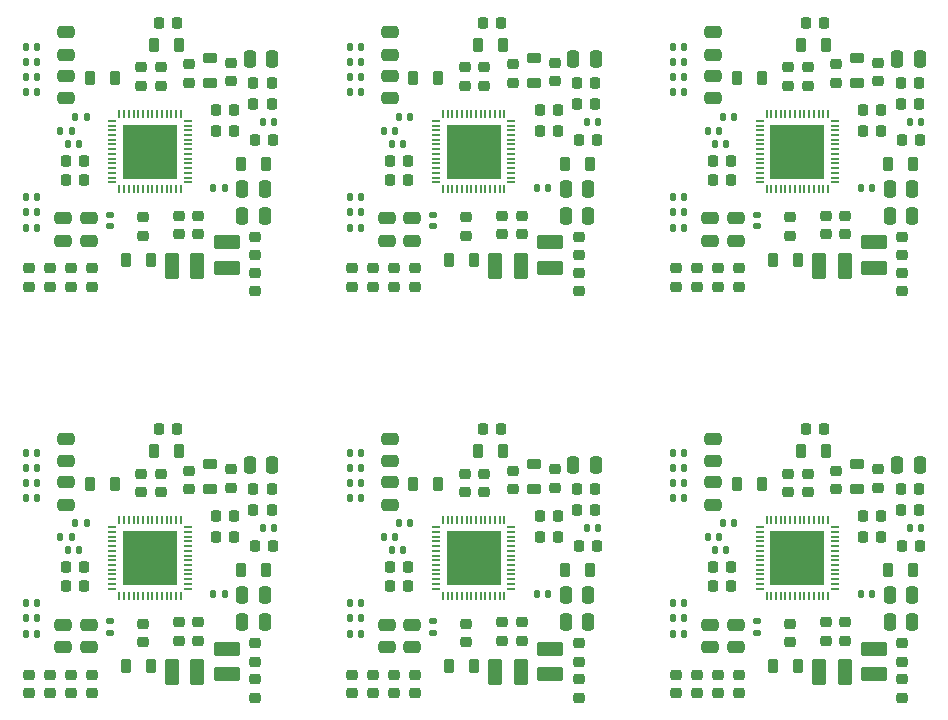
<source format=gtp>
%TF.GenerationSoftware,KiCad,Pcbnew,9.0.5*%
%TF.CreationDate,2025-10-18T13:07:23+01:00*%
%TF.ProjectId,pmic_panel,706d6963-5f70-4616-9e65-6c2e6b696361,rev?*%
%TF.SameCoordinates,Original*%
%TF.FileFunction,Paste,Top*%
%TF.FilePolarity,Positive*%
%FSLAX46Y46*%
G04 Gerber Fmt 4.6, Leading zero omitted, Abs format (unit mm)*
G04 Created by KiCad (PCBNEW 9.0.5) date 2025-10-18 13:07:23*
%MOMM*%
%LPD*%
G01*
G04 APERTURE LIST*
G04 Aperture macros list*
%AMRoundRect*
0 Rectangle with rounded corners*
0 $1 Rounding radius*
0 $2 $3 $4 $5 $6 $7 $8 $9 X,Y pos of 4 corners*
0 Add a 4 corners polygon primitive as box body*
4,1,4,$2,$3,$4,$5,$6,$7,$8,$9,$2,$3,0*
0 Add four circle primitives for the rounded corners*
1,1,$1+$1,$2,$3*
1,1,$1+$1,$4,$5*
1,1,$1+$1,$6,$7*
1,1,$1+$1,$8,$9*
0 Add four rect primitives between the rounded corners*
20,1,$1+$1,$2,$3,$4,$5,0*
20,1,$1+$1,$4,$5,$6,$7,0*
20,1,$1+$1,$6,$7,$8,$9,0*
20,1,$1+$1,$8,$9,$2,$3,0*%
G04 Aperture macros list end*
%ADD10C,0.000000*%
%ADD11RoundRect,0.225000X-0.250000X0.225000X-0.250000X-0.225000X0.250000X-0.225000X0.250000X0.225000X0*%
%ADD12RoundRect,0.140000X-0.140000X-0.170000X0.140000X-0.170000X0.140000X0.170000X-0.140000X0.170000X0*%
%ADD13RoundRect,0.218750X-0.218750X-0.381250X0.218750X-0.381250X0.218750X0.381250X-0.218750X0.381250X0*%
%ADD14RoundRect,0.140000X-0.170000X0.140000X-0.170000X-0.140000X0.170000X-0.140000X0.170000X0.140000X0*%
%ADD15RoundRect,0.250000X-0.375000X-0.850000X0.375000X-0.850000X0.375000X0.850000X-0.375000X0.850000X0*%
%ADD16RoundRect,0.250000X0.850000X-0.375000X0.850000X0.375000X-0.850000X0.375000X-0.850000X-0.375000X0*%
%ADD17RoundRect,0.225000X0.225000X0.250000X-0.225000X0.250000X-0.225000X-0.250000X0.225000X-0.250000X0*%
%ADD18RoundRect,0.250000X0.250000X0.475000X-0.250000X0.475000X-0.250000X-0.475000X0.250000X-0.475000X0*%
%ADD19RoundRect,0.218750X0.381250X-0.218750X0.381250X0.218750X-0.381250X0.218750X-0.381250X-0.218750X0*%
%ADD20R,0.736600X0.177800*%
%ADD21R,0.177800X0.736600*%
%ADD22R,4.546600X4.546600*%
%ADD23RoundRect,0.225000X0.250000X-0.225000X0.250000X0.225000X-0.250000X0.225000X-0.250000X-0.225000X0*%
%ADD24RoundRect,0.225000X-0.225000X-0.250000X0.225000X-0.250000X0.225000X0.250000X-0.225000X0.250000X0*%
%ADD25RoundRect,0.250000X0.475000X-0.250000X0.475000X0.250000X-0.475000X0.250000X-0.475000X-0.250000X0*%
%ADD26RoundRect,0.140000X0.140000X0.170000X-0.140000X0.170000X-0.140000X-0.170000X0.140000X-0.170000X0*%
%ADD27RoundRect,0.250000X-0.475000X0.250000X-0.475000X-0.250000X0.475000X-0.250000X0.475000X0.250000X0*%
%ADD28RoundRect,0.218750X0.218750X0.381250X-0.218750X0.381250X-0.218750X-0.381250X0.218750X-0.381250X0*%
G04 APERTURE END LIST*
D10*
%TO.C,U1*%
G36*
X147642234Y-74242234D02*
G01*
X146326700Y-74242234D01*
X146326700Y-72926700D01*
X147642234Y-72926700D01*
X147642234Y-74242234D01*
G37*
G36*
X147642234Y-75757767D02*
G01*
X146326700Y-75757767D01*
X146326700Y-74442233D01*
X147642234Y-74442233D01*
X147642234Y-75757767D01*
G37*
G36*
X147642234Y-77273300D02*
G01*
X146326700Y-77273300D01*
X146326700Y-75957766D01*
X147642234Y-75957766D01*
X147642234Y-77273300D01*
G37*
G36*
X149157767Y-74242234D02*
G01*
X147842233Y-74242234D01*
X147842233Y-72926700D01*
X149157767Y-72926700D01*
X149157767Y-74242234D01*
G37*
G36*
X149157767Y-75757767D02*
G01*
X147842233Y-75757767D01*
X147842233Y-74442233D01*
X149157767Y-74442233D01*
X149157767Y-75757767D01*
G37*
G36*
X149157767Y-77273300D02*
G01*
X147842233Y-77273300D01*
X147842233Y-75957766D01*
X149157767Y-75957766D01*
X149157767Y-77273300D01*
G37*
G36*
X150673300Y-74242234D02*
G01*
X149357766Y-74242234D01*
X149357766Y-72926700D01*
X150673300Y-72926700D01*
X150673300Y-74242234D01*
G37*
G36*
X150673300Y-75757767D02*
G01*
X149357766Y-75757767D01*
X149357766Y-74442233D01*
X150673300Y-74442233D01*
X150673300Y-75757767D01*
G37*
G36*
X150673300Y-77273300D02*
G01*
X149357766Y-77273300D01*
X149357766Y-75957766D01*
X150673300Y-75957766D01*
X150673300Y-77273300D01*
G37*
G36*
X120242234Y-74242234D02*
G01*
X118926700Y-74242234D01*
X118926700Y-72926700D01*
X120242234Y-72926700D01*
X120242234Y-74242234D01*
G37*
G36*
X120242234Y-75757767D02*
G01*
X118926700Y-75757767D01*
X118926700Y-74442233D01*
X120242234Y-74442233D01*
X120242234Y-75757767D01*
G37*
G36*
X120242234Y-77273300D02*
G01*
X118926700Y-77273300D01*
X118926700Y-75957766D01*
X120242234Y-75957766D01*
X120242234Y-77273300D01*
G37*
G36*
X121757767Y-74242234D02*
G01*
X120442233Y-74242234D01*
X120442233Y-72926700D01*
X121757767Y-72926700D01*
X121757767Y-74242234D01*
G37*
G36*
X121757767Y-75757767D02*
G01*
X120442233Y-75757767D01*
X120442233Y-74442233D01*
X121757767Y-74442233D01*
X121757767Y-75757767D01*
G37*
G36*
X121757767Y-77273300D02*
G01*
X120442233Y-77273300D01*
X120442233Y-75957766D01*
X121757767Y-75957766D01*
X121757767Y-77273300D01*
G37*
G36*
X123273300Y-74242234D02*
G01*
X121957766Y-74242234D01*
X121957766Y-72926700D01*
X123273300Y-72926700D01*
X123273300Y-74242234D01*
G37*
G36*
X123273300Y-75757767D02*
G01*
X121957766Y-75757767D01*
X121957766Y-74442233D01*
X123273300Y-74442233D01*
X123273300Y-75757767D01*
G37*
G36*
X123273300Y-77273300D02*
G01*
X121957766Y-77273300D01*
X121957766Y-75957766D01*
X123273300Y-75957766D01*
X123273300Y-77273300D01*
G37*
G36*
X147642234Y-39842234D02*
G01*
X146326700Y-39842234D01*
X146326700Y-38526700D01*
X147642234Y-38526700D01*
X147642234Y-39842234D01*
G37*
G36*
X147642234Y-41357767D02*
G01*
X146326700Y-41357767D01*
X146326700Y-40042233D01*
X147642234Y-40042233D01*
X147642234Y-41357767D01*
G37*
G36*
X147642234Y-42873300D02*
G01*
X146326700Y-42873300D01*
X146326700Y-41557766D01*
X147642234Y-41557766D01*
X147642234Y-42873300D01*
G37*
G36*
X149157767Y-39842234D02*
G01*
X147842233Y-39842234D01*
X147842233Y-38526700D01*
X149157767Y-38526700D01*
X149157767Y-39842234D01*
G37*
G36*
X149157767Y-41357767D02*
G01*
X147842233Y-41357767D01*
X147842233Y-40042233D01*
X149157767Y-40042233D01*
X149157767Y-41357767D01*
G37*
G36*
X149157767Y-42873300D02*
G01*
X147842233Y-42873300D01*
X147842233Y-41557766D01*
X149157767Y-41557766D01*
X149157767Y-42873300D01*
G37*
G36*
X150673300Y-39842234D02*
G01*
X149357766Y-39842234D01*
X149357766Y-38526700D01*
X150673300Y-38526700D01*
X150673300Y-39842234D01*
G37*
G36*
X150673300Y-41357767D02*
G01*
X149357766Y-41357767D01*
X149357766Y-40042233D01*
X150673300Y-40042233D01*
X150673300Y-41357767D01*
G37*
G36*
X150673300Y-42873300D02*
G01*
X149357766Y-42873300D01*
X149357766Y-41557766D01*
X150673300Y-41557766D01*
X150673300Y-42873300D01*
G37*
G36*
X175042234Y-39842234D02*
G01*
X173726700Y-39842234D01*
X173726700Y-38526700D01*
X175042234Y-38526700D01*
X175042234Y-39842234D01*
G37*
G36*
X175042234Y-41357767D02*
G01*
X173726700Y-41357767D01*
X173726700Y-40042233D01*
X175042234Y-40042233D01*
X175042234Y-41357767D01*
G37*
G36*
X175042234Y-42873300D02*
G01*
X173726700Y-42873300D01*
X173726700Y-41557766D01*
X175042234Y-41557766D01*
X175042234Y-42873300D01*
G37*
G36*
X176557767Y-39842234D02*
G01*
X175242233Y-39842234D01*
X175242233Y-38526700D01*
X176557767Y-38526700D01*
X176557767Y-39842234D01*
G37*
G36*
X176557767Y-41357767D02*
G01*
X175242233Y-41357767D01*
X175242233Y-40042233D01*
X176557767Y-40042233D01*
X176557767Y-41357767D01*
G37*
G36*
X176557767Y-42873300D02*
G01*
X175242233Y-42873300D01*
X175242233Y-41557766D01*
X176557767Y-41557766D01*
X176557767Y-42873300D01*
G37*
G36*
X178073300Y-39842234D02*
G01*
X176757766Y-39842234D01*
X176757766Y-38526700D01*
X178073300Y-38526700D01*
X178073300Y-39842234D01*
G37*
G36*
X178073300Y-41357767D02*
G01*
X176757766Y-41357767D01*
X176757766Y-40042233D01*
X178073300Y-40042233D01*
X178073300Y-41357767D01*
G37*
G36*
X178073300Y-42873300D02*
G01*
X176757766Y-42873300D01*
X176757766Y-41557766D01*
X178073300Y-41557766D01*
X178073300Y-42873300D01*
G37*
G36*
X175042234Y-74242234D02*
G01*
X173726700Y-74242234D01*
X173726700Y-72926700D01*
X175042234Y-72926700D01*
X175042234Y-74242234D01*
G37*
G36*
X175042234Y-75757767D02*
G01*
X173726700Y-75757767D01*
X173726700Y-74442233D01*
X175042234Y-74442233D01*
X175042234Y-75757767D01*
G37*
G36*
X175042234Y-77273300D02*
G01*
X173726700Y-77273300D01*
X173726700Y-75957766D01*
X175042234Y-75957766D01*
X175042234Y-77273300D01*
G37*
G36*
X176557767Y-74242234D02*
G01*
X175242233Y-74242234D01*
X175242233Y-72926700D01*
X176557767Y-72926700D01*
X176557767Y-74242234D01*
G37*
G36*
X176557767Y-75757767D02*
G01*
X175242233Y-75757767D01*
X175242233Y-74442233D01*
X176557767Y-74442233D01*
X176557767Y-75757767D01*
G37*
G36*
X176557767Y-77273300D02*
G01*
X175242233Y-77273300D01*
X175242233Y-75957766D01*
X176557767Y-75957766D01*
X176557767Y-77273300D01*
G37*
G36*
X178073300Y-74242234D02*
G01*
X176757766Y-74242234D01*
X176757766Y-72926700D01*
X178073300Y-72926700D01*
X178073300Y-74242234D01*
G37*
G36*
X178073300Y-75757767D02*
G01*
X176757766Y-75757767D01*
X176757766Y-74442233D01*
X178073300Y-74442233D01*
X178073300Y-75757767D01*
G37*
G36*
X178073300Y-77273300D02*
G01*
X176757766Y-77273300D01*
X176757766Y-75957766D01*
X178073300Y-75957766D01*
X178073300Y-77273300D01*
G37*
G36*
X120242234Y-39842234D02*
G01*
X118926700Y-39842234D01*
X118926700Y-38526700D01*
X120242234Y-38526700D01*
X120242234Y-39842234D01*
G37*
G36*
X120242234Y-41357767D02*
G01*
X118926700Y-41357767D01*
X118926700Y-40042233D01*
X120242234Y-40042233D01*
X120242234Y-41357767D01*
G37*
G36*
X120242234Y-42873300D02*
G01*
X118926700Y-42873300D01*
X118926700Y-41557766D01*
X120242234Y-41557766D01*
X120242234Y-42873300D01*
G37*
G36*
X121757767Y-39842234D02*
G01*
X120442233Y-39842234D01*
X120442233Y-38526700D01*
X121757767Y-38526700D01*
X121757767Y-39842234D01*
G37*
G36*
X121757767Y-41357767D02*
G01*
X120442233Y-41357767D01*
X120442233Y-40042233D01*
X121757767Y-40042233D01*
X121757767Y-41357767D01*
G37*
G36*
X121757767Y-42873300D02*
G01*
X120442233Y-42873300D01*
X120442233Y-41557766D01*
X121757767Y-41557766D01*
X121757767Y-42873300D01*
G37*
G36*
X123273300Y-39842234D02*
G01*
X121957766Y-39842234D01*
X121957766Y-38526700D01*
X123273300Y-38526700D01*
X123273300Y-39842234D01*
G37*
G36*
X123273300Y-41357767D02*
G01*
X121957766Y-41357767D01*
X121957766Y-40042233D01*
X123273300Y-40042233D01*
X123273300Y-41357767D01*
G37*
G36*
X123273300Y-42873300D02*
G01*
X121957766Y-42873300D01*
X121957766Y-41557766D01*
X123273300Y-41557766D01*
X123273300Y-42873300D01*
G37*
%TD*%
D11*
%TO.C,C31*%
X170947000Y-84993000D03*
X170947000Y-86543000D03*
%TD*%
D12*
%TO.C,C23*%
X165387000Y-78910000D03*
X166347000Y-78910000D03*
%TD*%
D13*
%TO.C,L2*%
X173821500Y-49844000D03*
X175946500Y-49844000D03*
%TD*%
D12*
%TO.C,C26*%
X110587000Y-33080000D03*
X111547000Y-33080000D03*
%TD*%
%TO.C,C24*%
X165387000Y-70020000D03*
X166347000Y-70020000D03*
%TD*%
D14*
%TO.C,C17*%
X145071000Y-80462000D03*
X145071000Y-81422000D03*
%TD*%
D12*
%TO.C,C1*%
X153862000Y-78148000D03*
X154822000Y-78148000D03*
%TD*%
D15*
%TO.C,L6*%
X177746000Y-84752000D03*
X179896000Y-84752000D03*
%TD*%
D16*
%TO.C,L7*%
X127577000Y-50538000D03*
X127577000Y-48388000D03*
%TD*%
D11*
%TO.C,C9*%
X123513000Y-80548000D03*
X123513000Y-82098000D03*
%TD*%
D13*
%TO.C,L1*%
X156200500Y-76116000D03*
X158325500Y-76116000D03*
%TD*%
D17*
%TO.C,C38*%
X178199000Y-29778000D03*
X176649000Y-29778000D03*
%TD*%
D18*
%TO.C,C7*%
X158213000Y-78275000D03*
X156313000Y-78275000D03*
%TD*%
D19*
%TO.C,L3*%
X180980000Y-69304500D03*
X180980000Y-67179500D03*
%TD*%
D11*
%TO.C,C34*%
X110813000Y-84993000D03*
X110813000Y-86543000D03*
%TD*%
D12*
%TO.C,C24*%
X165387000Y-35620000D03*
X166347000Y-35620000D03*
%TD*%
D17*
%TO.C,C21*%
X170325000Y-43113000D03*
X168775000Y-43113000D03*
%TD*%
D11*
%TO.C,C41*%
X182758000Y-67594000D03*
X182758000Y-69144000D03*
%TD*%
D13*
%TO.C,L1*%
X183600500Y-41716000D03*
X185725500Y-41716000D03*
%TD*%
D20*
%TO.C,U1*%
X145312300Y-72499675D03*
X145312300Y-72899725D03*
X145312300Y-73299775D03*
X145312300Y-73699825D03*
X145312300Y-74099875D03*
X145312300Y-74499925D03*
X145312300Y-74899975D03*
X145312300Y-75300025D03*
X145312300Y-75700075D03*
X145312300Y-76100125D03*
X145312300Y-76500175D03*
X145312300Y-76900225D03*
X145312300Y-77300275D03*
X145312300Y-77700325D03*
D21*
X145899675Y-78287700D03*
X146299725Y-78287700D03*
X146699775Y-78287700D03*
X147099825Y-78287700D03*
X147499875Y-78287700D03*
X147899925Y-78287700D03*
X148299975Y-78287700D03*
X148700025Y-78287700D03*
X149100075Y-78287700D03*
X149500125Y-78287700D03*
X149900175Y-78287700D03*
X150300225Y-78287700D03*
X150700275Y-78287700D03*
X151100325Y-78287700D03*
D20*
X151687700Y-77700325D03*
X151687700Y-77300275D03*
X151687700Y-76900225D03*
X151687700Y-76500175D03*
X151687700Y-76100125D03*
X151687700Y-75700075D03*
X151687700Y-75300025D03*
X151687700Y-74899975D03*
X151687700Y-74499925D03*
X151687700Y-74099875D03*
X151687700Y-73699825D03*
X151687700Y-73299775D03*
X151687700Y-72899725D03*
X151687700Y-72499675D03*
D21*
X151100325Y-71912300D03*
X150700275Y-71912300D03*
X150300225Y-71912300D03*
X149900175Y-71912300D03*
X149500125Y-71912300D03*
X149100075Y-71912300D03*
X148700025Y-71912300D03*
X148299975Y-71912300D03*
X147899925Y-71912300D03*
X147499875Y-71912300D03*
X147099825Y-71912300D03*
X146699775Y-71912300D03*
X146299725Y-71912300D03*
X145899675Y-71912300D03*
D22*
X148500000Y-75100000D03*
%TD*%
D23*
%TO.C,C32*%
X129990000Y-49476000D03*
X129990000Y-47926000D03*
%TD*%
D24*
%TO.C,C13*%
X181475000Y-71544000D03*
X183025000Y-71544000D03*
%TD*%
D25*
%TO.C,C4*%
X168534000Y-82654000D03*
X168534000Y-80754000D03*
%TD*%
D17*
%TO.C,C21*%
X115525000Y-43113000D03*
X113975000Y-43113000D03*
%TD*%
D13*
%TO.C,L2*%
X119021500Y-49844000D03*
X121146500Y-49844000D03*
%TD*%
D18*
%TO.C,C6*%
X158213000Y-46161000D03*
X156313000Y-46161000D03*
%TD*%
D26*
%TO.C,C16*%
X169268000Y-38922000D03*
X168308000Y-38922000D03*
%TD*%
D12*
%TO.C,C27*%
X165387000Y-31810000D03*
X166347000Y-31810000D03*
%TD*%
D11*
%TO.C,C5*%
X139991000Y-50593000D03*
X139991000Y-52143000D03*
%TD*%
D12*
%TO.C,C1*%
X181262000Y-43748000D03*
X182222000Y-43748000D03*
%TD*%
%TO.C,C18*%
X165387000Y-45780000D03*
X166347000Y-45780000D03*
%TD*%
D26*
%TO.C,C15*%
X143138000Y-72179000D03*
X142178000Y-72179000D03*
%TD*%
%TO.C,C16*%
X141868000Y-38922000D03*
X140908000Y-38922000D03*
%TD*%
D12*
%TO.C,C18*%
X110587000Y-80180000D03*
X111547000Y-80180000D03*
%TD*%
%TO.C,C24*%
X137987000Y-35620000D03*
X138947000Y-35620000D03*
%TD*%
D23*
%TO.C,C19*%
X151802000Y-34871000D03*
X151802000Y-33321000D03*
%TD*%
D26*
%TO.C,C2*%
X186413000Y-72560000D03*
X185453000Y-72560000D03*
%TD*%
D17*
%TO.C,C38*%
X150799000Y-29778000D03*
X149249000Y-29778000D03*
%TD*%
D11*
%TO.C,C9*%
X178313000Y-46148000D03*
X178313000Y-47698000D03*
%TD*%
%TO.C,C9*%
X150913000Y-80548000D03*
X150913000Y-82098000D03*
%TD*%
%TO.C,C34*%
X165613000Y-50593000D03*
X165613000Y-52143000D03*
%TD*%
D25*
%TO.C,C3*%
X115893000Y-82654000D03*
X115893000Y-80754000D03*
%TD*%
D13*
%TO.C,L4*%
X148834500Y-66083000D03*
X150959500Y-66083000D03*
%TD*%
D23*
%TO.C,C11*%
X176789000Y-35125000D03*
X176789000Y-33575000D03*
%TD*%
D13*
%TO.C,L1*%
X183600500Y-76116000D03*
X185725500Y-76116000D03*
%TD*%
D12*
%TO.C,C18*%
X165387000Y-80180000D03*
X166347000Y-80180000D03*
%TD*%
D17*
%TO.C,C28*%
X131527000Y-39684000D03*
X129977000Y-39684000D03*
%TD*%
D25*
%TO.C,C3*%
X170693000Y-82654000D03*
X170693000Y-80754000D03*
%TD*%
D17*
%TO.C,C28*%
X158927000Y-39684000D03*
X157377000Y-39684000D03*
%TD*%
D26*
%TO.C,C15*%
X115738000Y-72179000D03*
X114778000Y-72179000D03*
%TD*%
D23*
%TO.C,C19*%
X124402000Y-69271000D03*
X124402000Y-67721000D03*
%TD*%
D17*
%TO.C,C39*%
X186200000Y-34858000D03*
X184650000Y-34858000D03*
%TD*%
D12*
%TO.C,C26*%
X165387000Y-67480000D03*
X166347000Y-67480000D03*
%TD*%
D18*
%TO.C,C7*%
X130813000Y-43875000D03*
X128913000Y-43875000D03*
%TD*%
D11*
%TO.C,C34*%
X110813000Y-50593000D03*
X110813000Y-52143000D03*
%TD*%
D20*
%TO.C,U1*%
X117912300Y-72499675D03*
X117912300Y-72899725D03*
X117912300Y-73299775D03*
X117912300Y-73699825D03*
X117912300Y-74099875D03*
X117912300Y-74499925D03*
X117912300Y-74899975D03*
X117912300Y-75300025D03*
X117912300Y-75700075D03*
X117912300Y-76100125D03*
X117912300Y-76500175D03*
X117912300Y-76900225D03*
X117912300Y-77300275D03*
X117912300Y-77700325D03*
D21*
X118499675Y-78287700D03*
X118899725Y-78287700D03*
X119299775Y-78287700D03*
X119699825Y-78287700D03*
X120099875Y-78287700D03*
X120499925Y-78287700D03*
X120899975Y-78287700D03*
X121300025Y-78287700D03*
X121700075Y-78287700D03*
X122100125Y-78287700D03*
X122500175Y-78287700D03*
X122900225Y-78287700D03*
X123300275Y-78287700D03*
X123700325Y-78287700D03*
D20*
X124287700Y-77700325D03*
X124287700Y-77300275D03*
X124287700Y-76900225D03*
X124287700Y-76500175D03*
X124287700Y-76100125D03*
X124287700Y-75700075D03*
X124287700Y-75300025D03*
X124287700Y-74899975D03*
X124287700Y-74499925D03*
X124287700Y-74099875D03*
X124287700Y-73699825D03*
X124287700Y-73299775D03*
X124287700Y-72899725D03*
X124287700Y-72499675D03*
D21*
X123700325Y-71912300D03*
X123300275Y-71912300D03*
X122900225Y-71912300D03*
X122500175Y-71912300D03*
X122100125Y-71912300D03*
X121700075Y-71912300D03*
X121300025Y-71912300D03*
X120899975Y-71912300D03*
X120499925Y-71912300D03*
X120099875Y-71912300D03*
X119699825Y-71912300D03*
X119299775Y-71912300D03*
X118899725Y-71912300D03*
X118499675Y-71912300D03*
D22*
X121100000Y-75100000D03*
%TD*%
D17*
%TO.C,C21*%
X142925000Y-43113000D03*
X141375000Y-43113000D03*
%TD*%
D20*
%TO.C,U1*%
X145312300Y-38099675D03*
X145312300Y-38499725D03*
X145312300Y-38899775D03*
X145312300Y-39299825D03*
X145312300Y-39699875D03*
X145312300Y-40099925D03*
X145312300Y-40499975D03*
X145312300Y-40900025D03*
X145312300Y-41300075D03*
X145312300Y-41700125D03*
X145312300Y-42100175D03*
X145312300Y-42500225D03*
X145312300Y-42900275D03*
X145312300Y-43300325D03*
D21*
X145899675Y-43887700D03*
X146299725Y-43887700D03*
X146699775Y-43887700D03*
X147099825Y-43887700D03*
X147499875Y-43887700D03*
X147899925Y-43887700D03*
X148299975Y-43887700D03*
X148700025Y-43887700D03*
X149100075Y-43887700D03*
X149500125Y-43887700D03*
X149900175Y-43887700D03*
X150300225Y-43887700D03*
X150700275Y-43887700D03*
X151100325Y-43887700D03*
D20*
X151687700Y-43300325D03*
X151687700Y-42900275D03*
X151687700Y-42500225D03*
X151687700Y-42100175D03*
X151687700Y-41700125D03*
X151687700Y-41300075D03*
X151687700Y-40900025D03*
X151687700Y-40499975D03*
X151687700Y-40099925D03*
X151687700Y-39699875D03*
X151687700Y-39299825D03*
X151687700Y-38899775D03*
X151687700Y-38499725D03*
X151687700Y-38099675D03*
D21*
X151100325Y-37512300D03*
X150700275Y-37512300D03*
X150300225Y-37512300D03*
X149900175Y-37512300D03*
X149500125Y-37512300D03*
X149100075Y-37512300D03*
X148700025Y-37512300D03*
X148299975Y-37512300D03*
X147899925Y-37512300D03*
X147499875Y-37512300D03*
X147099825Y-37512300D03*
X146699775Y-37512300D03*
X146299725Y-37512300D03*
X145899675Y-37512300D03*
D22*
X148500000Y-40700000D03*
%TD*%
D27*
%TO.C,C37*%
X113988000Y-34289000D03*
X113988000Y-36189000D03*
%TD*%
D12*
%TO.C,C25*%
X137987000Y-68750000D03*
X138947000Y-68750000D03*
%TD*%
D11*
%TO.C,C10*%
X152564000Y-46148000D03*
X152564000Y-47698000D03*
%TD*%
D18*
%TO.C,C7*%
X185613000Y-43875000D03*
X183713000Y-43875000D03*
%TD*%
D17*
%TO.C,C40*%
X186200000Y-36636000D03*
X184650000Y-36636000D03*
%TD*%
D23*
%TO.C,C11*%
X149389000Y-69525000D03*
X149389000Y-67975000D03*
%TD*%
D11*
%TO.C,C5*%
X112591000Y-84993000D03*
X112591000Y-86543000D03*
%TD*%
D24*
%TO.C,C13*%
X126675000Y-71544000D03*
X128225000Y-71544000D03*
%TD*%
D11*
%TO.C,C5*%
X139991000Y-84993000D03*
X139991000Y-86543000D03*
%TD*%
D17*
%TO.C,C20*%
X115525000Y-41462000D03*
X113975000Y-41462000D03*
%TD*%
D16*
%TO.C,L7*%
X182377000Y-84938000D03*
X182377000Y-82788000D03*
%TD*%
D24*
%TO.C,C14*%
X154075000Y-73322000D03*
X155625000Y-73322000D03*
%TD*%
D19*
%TO.C,L3*%
X126180000Y-34904500D03*
X126180000Y-32779500D03*
%TD*%
D23*
%TO.C,C12*%
X147738000Y-69525000D03*
X147738000Y-67975000D03*
%TD*%
D17*
%TO.C,C38*%
X123399000Y-64178000D03*
X121849000Y-64178000D03*
%TD*%
D12*
%TO.C,C1*%
X126462000Y-43748000D03*
X127422000Y-43748000D03*
%TD*%
D26*
%TO.C,C16*%
X114468000Y-73322000D03*
X113508000Y-73322000D03*
%TD*%
D28*
%TO.C,L5*%
X118098500Y-34477000D03*
X115973500Y-34477000D03*
%TD*%
D23*
%TO.C,C12*%
X120338000Y-69525000D03*
X120338000Y-67975000D03*
%TD*%
D24*
%TO.C,C13*%
X154075000Y-71544000D03*
X155625000Y-71544000D03*
%TD*%
D17*
%TO.C,C28*%
X131527000Y-74084000D03*
X129977000Y-74084000D03*
%TD*%
D23*
%TO.C,C19*%
X179202000Y-69271000D03*
X179202000Y-67721000D03*
%TD*%
D12*
%TO.C,C25*%
X165387000Y-34350000D03*
X166347000Y-34350000D03*
%TD*%
D11*
%TO.C,C8*%
X120465000Y-80675000D03*
X120465000Y-82225000D03*
%TD*%
%TO.C,C8*%
X175265000Y-46275000D03*
X175265000Y-47825000D03*
%TD*%
D23*
%TO.C,C19*%
X179202000Y-34871000D03*
X179202000Y-33321000D03*
%TD*%
D11*
%TO.C,C5*%
X167391000Y-50593000D03*
X167391000Y-52143000D03*
%TD*%
D26*
%TO.C,C16*%
X169268000Y-73322000D03*
X168308000Y-73322000D03*
%TD*%
D16*
%TO.C,L7*%
X127577000Y-84938000D03*
X127577000Y-82788000D03*
%TD*%
D20*
%TO.C,U1*%
X172712300Y-38099675D03*
X172712300Y-38499725D03*
X172712300Y-38899775D03*
X172712300Y-39299825D03*
X172712300Y-39699875D03*
X172712300Y-40099925D03*
X172712300Y-40499975D03*
X172712300Y-40900025D03*
X172712300Y-41300075D03*
X172712300Y-41700125D03*
X172712300Y-42100175D03*
X172712300Y-42500225D03*
X172712300Y-42900275D03*
X172712300Y-43300325D03*
D21*
X173299675Y-43887700D03*
X173699725Y-43887700D03*
X174099775Y-43887700D03*
X174499825Y-43887700D03*
X174899875Y-43887700D03*
X175299925Y-43887700D03*
X175699975Y-43887700D03*
X176100025Y-43887700D03*
X176500075Y-43887700D03*
X176900125Y-43887700D03*
X177300175Y-43887700D03*
X177700225Y-43887700D03*
X178100275Y-43887700D03*
X178500325Y-43887700D03*
D20*
X179087700Y-43300325D03*
X179087700Y-42900275D03*
X179087700Y-42500225D03*
X179087700Y-42100175D03*
X179087700Y-41700125D03*
X179087700Y-41300075D03*
X179087700Y-40900025D03*
X179087700Y-40499975D03*
X179087700Y-40099925D03*
X179087700Y-39699875D03*
X179087700Y-39299825D03*
X179087700Y-38899775D03*
X179087700Y-38499725D03*
X179087700Y-38099675D03*
D21*
X178500325Y-37512300D03*
X178100275Y-37512300D03*
X177700225Y-37512300D03*
X177300175Y-37512300D03*
X176900125Y-37512300D03*
X176500075Y-37512300D03*
X176100025Y-37512300D03*
X175699975Y-37512300D03*
X175299925Y-37512300D03*
X174899875Y-37512300D03*
X174499825Y-37512300D03*
X174099775Y-37512300D03*
X173699725Y-37512300D03*
X173299675Y-37512300D03*
D22*
X175900000Y-40700000D03*
%TD*%
D26*
%TO.C,C2*%
X159013000Y-72560000D03*
X158053000Y-72560000D03*
%TD*%
D12*
%TO.C,C26*%
X110587000Y-67480000D03*
X111547000Y-67480000D03*
%TD*%
D25*
%TO.C,C3*%
X170693000Y-48254000D03*
X170693000Y-46354000D03*
%TD*%
D12*
%TO.C,C18*%
X137987000Y-80180000D03*
X138947000Y-80180000D03*
%TD*%
D17*
%TO.C,C20*%
X170325000Y-75862000D03*
X168775000Y-75862000D03*
%TD*%
D18*
%TO.C,C35*%
X158848000Y-32826000D03*
X156948000Y-32826000D03*
%TD*%
D17*
%TO.C,C20*%
X142925000Y-41462000D03*
X141375000Y-41462000D03*
%TD*%
D12*
%TO.C,C25*%
X165387000Y-68750000D03*
X166347000Y-68750000D03*
%TD*%
D11*
%TO.C,C10*%
X179964000Y-80548000D03*
X179964000Y-82098000D03*
%TD*%
D15*
%TO.C,L6*%
X122946000Y-50352000D03*
X125096000Y-50352000D03*
%TD*%
D12*
%TO.C,C1*%
X181262000Y-78148000D03*
X182222000Y-78148000D03*
%TD*%
D11*
%TO.C,C10*%
X152564000Y-80548000D03*
X152564000Y-82098000D03*
%TD*%
D12*
%TO.C,C26*%
X137987000Y-67480000D03*
X138947000Y-67480000D03*
%TD*%
D24*
%TO.C,C13*%
X126675000Y-37144000D03*
X128225000Y-37144000D03*
%TD*%
D25*
%TO.C,C4*%
X141134000Y-48254000D03*
X141134000Y-46354000D03*
%TD*%
D11*
%TO.C,C33*%
X184790000Y-50974000D03*
X184790000Y-52524000D03*
%TD*%
D12*
%TO.C,C25*%
X110587000Y-68750000D03*
X111547000Y-68750000D03*
%TD*%
D11*
%TO.C,C41*%
X155358000Y-67594000D03*
X155358000Y-69144000D03*
%TD*%
D23*
%TO.C,C11*%
X176789000Y-69525000D03*
X176789000Y-67975000D03*
%TD*%
D17*
%TO.C,C21*%
X170325000Y-77513000D03*
X168775000Y-77513000D03*
%TD*%
D11*
%TO.C,C41*%
X182758000Y-33194000D03*
X182758000Y-34744000D03*
%TD*%
D17*
%TO.C,C40*%
X186200000Y-71036000D03*
X184650000Y-71036000D03*
%TD*%
D12*
%TO.C,C22*%
X110587000Y-81577000D03*
X111547000Y-81577000D03*
%TD*%
D16*
%TO.C,L7*%
X154977000Y-50538000D03*
X154977000Y-48388000D03*
%TD*%
D25*
%TO.C,C4*%
X113734000Y-48254000D03*
X113734000Y-46354000D03*
%TD*%
D11*
%TO.C,C30*%
X169169000Y-50593000D03*
X169169000Y-52143000D03*
%TD*%
D25*
%TO.C,C36*%
X168788000Y-32506000D03*
X168788000Y-30606000D03*
%TD*%
D19*
%TO.C,L3*%
X153580000Y-69304500D03*
X153580000Y-67179500D03*
%TD*%
D12*
%TO.C,C27*%
X110587000Y-66210000D03*
X111547000Y-66210000D03*
%TD*%
D11*
%TO.C,C31*%
X143547000Y-50593000D03*
X143547000Y-52143000D03*
%TD*%
D12*
%TO.C,C23*%
X110587000Y-44510000D03*
X111547000Y-44510000D03*
%TD*%
D27*
%TO.C,C37*%
X141388000Y-68689000D03*
X141388000Y-70589000D03*
%TD*%
D26*
%TO.C,C16*%
X141868000Y-73322000D03*
X140908000Y-73322000D03*
%TD*%
D11*
%TO.C,C31*%
X116147000Y-50593000D03*
X116147000Y-52143000D03*
%TD*%
%TO.C,C30*%
X114369000Y-84993000D03*
X114369000Y-86543000D03*
%TD*%
%TO.C,C9*%
X178313000Y-80548000D03*
X178313000Y-82098000D03*
%TD*%
D26*
%TO.C,C15*%
X170538000Y-72179000D03*
X169578000Y-72179000D03*
%TD*%
D17*
%TO.C,C28*%
X186327000Y-74084000D03*
X184777000Y-74084000D03*
%TD*%
D12*
%TO.C,C1*%
X126462000Y-78148000D03*
X127422000Y-78148000D03*
%TD*%
D11*
%TO.C,C31*%
X116147000Y-84993000D03*
X116147000Y-86543000D03*
%TD*%
D17*
%TO.C,C21*%
X142925000Y-77513000D03*
X141375000Y-77513000D03*
%TD*%
%TO.C,C39*%
X158800000Y-69258000D03*
X157250000Y-69258000D03*
%TD*%
D23*
%TO.C,C12*%
X175138000Y-35125000D03*
X175138000Y-33575000D03*
%TD*%
D11*
%TO.C,C8*%
X120465000Y-46275000D03*
X120465000Y-47825000D03*
%TD*%
D25*
%TO.C,C36*%
X141388000Y-66906000D03*
X141388000Y-65006000D03*
%TD*%
D11*
%TO.C,C5*%
X112591000Y-50593000D03*
X112591000Y-52143000D03*
%TD*%
D17*
%TO.C,C40*%
X131400000Y-71036000D03*
X129850000Y-71036000D03*
%TD*%
D25*
%TO.C,C36*%
X113988000Y-66906000D03*
X113988000Y-65006000D03*
%TD*%
D26*
%TO.C,C29*%
X169903000Y-74465000D03*
X168943000Y-74465000D03*
%TD*%
D17*
%TO.C,C38*%
X123399000Y-29778000D03*
X121849000Y-29778000D03*
%TD*%
D24*
%TO.C,C14*%
X181475000Y-38922000D03*
X183025000Y-38922000D03*
%TD*%
D17*
%TO.C,C20*%
X115525000Y-75862000D03*
X113975000Y-75862000D03*
%TD*%
D25*
%TO.C,C4*%
X141134000Y-82654000D03*
X141134000Y-80754000D03*
%TD*%
D11*
%TO.C,C10*%
X125164000Y-46148000D03*
X125164000Y-47698000D03*
%TD*%
%TO.C,C33*%
X129990000Y-50974000D03*
X129990000Y-52524000D03*
%TD*%
D19*
%TO.C,L3*%
X180980000Y-34904500D03*
X180980000Y-32779500D03*
%TD*%
D12*
%TO.C,C1*%
X153862000Y-43748000D03*
X154822000Y-43748000D03*
%TD*%
D18*
%TO.C,C35*%
X131448000Y-32826000D03*
X129548000Y-32826000D03*
%TD*%
D12*
%TO.C,C24*%
X110587000Y-70020000D03*
X111547000Y-70020000D03*
%TD*%
D27*
%TO.C,C37*%
X168788000Y-34289000D03*
X168788000Y-36189000D03*
%TD*%
D12*
%TO.C,C25*%
X137987000Y-34350000D03*
X138947000Y-34350000D03*
%TD*%
D18*
%TO.C,C6*%
X158213000Y-80561000D03*
X156313000Y-80561000D03*
%TD*%
D12*
%TO.C,C27*%
X110587000Y-31810000D03*
X111547000Y-31810000D03*
%TD*%
D19*
%TO.C,L3*%
X126180000Y-69304500D03*
X126180000Y-67179500D03*
%TD*%
D17*
%TO.C,C20*%
X142925000Y-75862000D03*
X141375000Y-75862000D03*
%TD*%
D12*
%TO.C,C24*%
X110587000Y-35620000D03*
X111547000Y-35620000D03*
%TD*%
D26*
%TO.C,C15*%
X170538000Y-37779000D03*
X169578000Y-37779000D03*
%TD*%
D11*
%TO.C,C33*%
X129990000Y-85374000D03*
X129990000Y-86924000D03*
%TD*%
D18*
%TO.C,C6*%
X185613000Y-46161000D03*
X183713000Y-46161000D03*
%TD*%
D23*
%TO.C,C32*%
X157390000Y-49476000D03*
X157390000Y-47926000D03*
%TD*%
D17*
%TO.C,C39*%
X158800000Y-34858000D03*
X157250000Y-34858000D03*
%TD*%
D18*
%TO.C,C35*%
X131448000Y-67226000D03*
X129548000Y-67226000D03*
%TD*%
%TO.C,C7*%
X185613000Y-78275000D03*
X183713000Y-78275000D03*
%TD*%
D12*
%TO.C,C26*%
X137987000Y-33080000D03*
X138947000Y-33080000D03*
%TD*%
D27*
%TO.C,C37*%
X168788000Y-68689000D03*
X168788000Y-70589000D03*
%TD*%
D12*
%TO.C,C18*%
X110587000Y-45780000D03*
X111547000Y-45780000D03*
%TD*%
D11*
%TO.C,C8*%
X147865000Y-80675000D03*
X147865000Y-82225000D03*
%TD*%
%TO.C,C33*%
X184790000Y-85374000D03*
X184790000Y-86924000D03*
%TD*%
D12*
%TO.C,C23*%
X165387000Y-44510000D03*
X166347000Y-44510000D03*
%TD*%
D28*
%TO.C,L5*%
X118098500Y-68877000D03*
X115973500Y-68877000D03*
%TD*%
D12*
%TO.C,C22*%
X137987000Y-81577000D03*
X138947000Y-81577000D03*
%TD*%
D17*
%TO.C,C20*%
X170325000Y-41462000D03*
X168775000Y-41462000D03*
%TD*%
D13*
%TO.C,L1*%
X156200500Y-41716000D03*
X158325500Y-41716000D03*
%TD*%
D11*
%TO.C,C30*%
X114369000Y-50593000D03*
X114369000Y-52143000D03*
%TD*%
D24*
%TO.C,C13*%
X154075000Y-37144000D03*
X155625000Y-37144000D03*
%TD*%
D25*
%TO.C,C3*%
X143293000Y-48254000D03*
X143293000Y-46354000D03*
%TD*%
D11*
%TO.C,C30*%
X169169000Y-84993000D03*
X169169000Y-86543000D03*
%TD*%
D12*
%TO.C,C25*%
X110587000Y-34350000D03*
X111547000Y-34350000D03*
%TD*%
%TO.C,C26*%
X165387000Y-33080000D03*
X166347000Y-33080000D03*
%TD*%
D26*
%TO.C,C2*%
X131613000Y-72560000D03*
X130653000Y-72560000D03*
%TD*%
%TO.C,C29*%
X115103000Y-40065000D03*
X114143000Y-40065000D03*
%TD*%
D13*
%TO.C,L4*%
X176234500Y-66083000D03*
X178359500Y-66083000D03*
%TD*%
D18*
%TO.C,C6*%
X130813000Y-46161000D03*
X128913000Y-46161000D03*
%TD*%
D11*
%TO.C,C9*%
X123513000Y-46148000D03*
X123513000Y-47698000D03*
%TD*%
D28*
%TO.C,L5*%
X172898500Y-34477000D03*
X170773500Y-34477000D03*
%TD*%
D23*
%TO.C,C19*%
X151802000Y-69271000D03*
X151802000Y-67721000D03*
%TD*%
D11*
%TO.C,C34*%
X138213000Y-84993000D03*
X138213000Y-86543000D03*
%TD*%
D12*
%TO.C,C23*%
X110587000Y-78910000D03*
X111547000Y-78910000D03*
%TD*%
D11*
%TO.C,C30*%
X141769000Y-84993000D03*
X141769000Y-86543000D03*
%TD*%
D18*
%TO.C,C35*%
X158848000Y-67226000D03*
X156948000Y-67226000D03*
%TD*%
D13*
%TO.C,L2*%
X146421500Y-84244000D03*
X148546500Y-84244000D03*
%TD*%
D11*
%TO.C,C31*%
X170947000Y-50593000D03*
X170947000Y-52143000D03*
%TD*%
D12*
%TO.C,C27*%
X137987000Y-31810000D03*
X138947000Y-31810000D03*
%TD*%
D15*
%TO.C,L6*%
X177746000Y-50352000D03*
X179896000Y-50352000D03*
%TD*%
D16*
%TO.C,L7*%
X182377000Y-50538000D03*
X182377000Y-48388000D03*
%TD*%
D11*
%TO.C,C9*%
X150913000Y-46148000D03*
X150913000Y-47698000D03*
%TD*%
D17*
%TO.C,C38*%
X178199000Y-64178000D03*
X176649000Y-64178000D03*
%TD*%
D25*
%TO.C,C3*%
X143293000Y-82654000D03*
X143293000Y-80754000D03*
%TD*%
D14*
%TO.C,C17*%
X117671000Y-80462000D03*
X117671000Y-81422000D03*
%TD*%
D23*
%TO.C,C32*%
X184790000Y-49476000D03*
X184790000Y-47926000D03*
%TD*%
D24*
%TO.C,C14*%
X181475000Y-73322000D03*
X183025000Y-73322000D03*
%TD*%
D11*
%TO.C,C33*%
X157390000Y-50974000D03*
X157390000Y-52524000D03*
%TD*%
D26*
%TO.C,C2*%
X131613000Y-38160000D03*
X130653000Y-38160000D03*
%TD*%
D23*
%TO.C,C32*%
X184790000Y-83876000D03*
X184790000Y-82326000D03*
%TD*%
D17*
%TO.C,C28*%
X186327000Y-39684000D03*
X184777000Y-39684000D03*
%TD*%
D23*
%TO.C,C11*%
X121989000Y-35125000D03*
X121989000Y-33575000D03*
%TD*%
D18*
%TO.C,C7*%
X158213000Y-43875000D03*
X156313000Y-43875000D03*
%TD*%
D11*
%TO.C,C41*%
X127958000Y-33194000D03*
X127958000Y-34744000D03*
%TD*%
D13*
%TO.C,L2*%
X173821500Y-84244000D03*
X175946500Y-84244000D03*
%TD*%
D15*
%TO.C,L6*%
X150346000Y-50352000D03*
X152496000Y-50352000D03*
%TD*%
D20*
%TO.C,U1*%
X172712300Y-72499675D03*
X172712300Y-72899725D03*
X172712300Y-73299775D03*
X172712300Y-73699825D03*
X172712300Y-74099875D03*
X172712300Y-74499925D03*
X172712300Y-74899975D03*
X172712300Y-75300025D03*
X172712300Y-75700075D03*
X172712300Y-76100125D03*
X172712300Y-76500175D03*
X172712300Y-76900225D03*
X172712300Y-77300275D03*
X172712300Y-77700325D03*
D21*
X173299675Y-78287700D03*
X173699725Y-78287700D03*
X174099775Y-78287700D03*
X174499825Y-78287700D03*
X174899875Y-78287700D03*
X175299925Y-78287700D03*
X175699975Y-78287700D03*
X176100025Y-78287700D03*
X176500075Y-78287700D03*
X176900125Y-78287700D03*
X177300175Y-78287700D03*
X177700225Y-78287700D03*
X178100275Y-78287700D03*
X178500325Y-78287700D03*
D20*
X179087700Y-77700325D03*
X179087700Y-77300275D03*
X179087700Y-76900225D03*
X179087700Y-76500175D03*
X179087700Y-76100125D03*
X179087700Y-75700075D03*
X179087700Y-75300025D03*
X179087700Y-74899975D03*
X179087700Y-74499925D03*
X179087700Y-74099875D03*
X179087700Y-73699825D03*
X179087700Y-73299775D03*
X179087700Y-72899725D03*
X179087700Y-72499675D03*
D21*
X178500325Y-71912300D03*
X178100275Y-71912300D03*
X177700225Y-71912300D03*
X177300175Y-71912300D03*
X176900125Y-71912300D03*
X176500075Y-71912300D03*
X176100025Y-71912300D03*
X175699975Y-71912300D03*
X175299925Y-71912300D03*
X174899875Y-71912300D03*
X174499825Y-71912300D03*
X174099775Y-71912300D03*
X173699725Y-71912300D03*
X173299675Y-71912300D03*
D22*
X175900000Y-75100000D03*
%TD*%
D23*
%TO.C,C11*%
X149389000Y-35125000D03*
X149389000Y-33575000D03*
%TD*%
D11*
%TO.C,C31*%
X143547000Y-84993000D03*
X143547000Y-86543000D03*
%TD*%
D26*
%TO.C,C29*%
X115103000Y-74465000D03*
X114143000Y-74465000D03*
%TD*%
D18*
%TO.C,C35*%
X186248000Y-67226000D03*
X184348000Y-67226000D03*
%TD*%
D24*
%TO.C,C14*%
X126675000Y-73322000D03*
X128225000Y-73322000D03*
%TD*%
D12*
%TO.C,C18*%
X137987000Y-45780000D03*
X138947000Y-45780000D03*
%TD*%
D13*
%TO.C,L1*%
X128800500Y-41716000D03*
X130925500Y-41716000D03*
%TD*%
D27*
%TO.C,C37*%
X141388000Y-34289000D03*
X141388000Y-36189000D03*
%TD*%
D23*
%TO.C,C12*%
X120338000Y-35125000D03*
X120338000Y-33575000D03*
%TD*%
D11*
%TO.C,C33*%
X157390000Y-85374000D03*
X157390000Y-86924000D03*
%TD*%
D12*
%TO.C,C23*%
X137987000Y-78910000D03*
X138947000Y-78910000D03*
%TD*%
D19*
%TO.C,L3*%
X153580000Y-34904500D03*
X153580000Y-32779500D03*
%TD*%
D25*
%TO.C,C36*%
X113988000Y-32506000D03*
X113988000Y-30606000D03*
%TD*%
D13*
%TO.C,L4*%
X148834500Y-31683000D03*
X150959500Y-31683000D03*
%TD*%
D23*
%TO.C,C12*%
X147738000Y-35125000D03*
X147738000Y-33575000D03*
%TD*%
%TO.C,C19*%
X124402000Y-34871000D03*
X124402000Y-33321000D03*
%TD*%
D24*
%TO.C,C14*%
X154075000Y-38922000D03*
X155625000Y-38922000D03*
%TD*%
D28*
%TO.C,L5*%
X145498500Y-68877000D03*
X143373500Y-68877000D03*
%TD*%
D26*
%TO.C,C29*%
X142503000Y-74465000D03*
X141543000Y-74465000D03*
%TD*%
D11*
%TO.C,C30*%
X141769000Y-50593000D03*
X141769000Y-52143000D03*
%TD*%
%TO.C,C10*%
X179964000Y-46148000D03*
X179964000Y-47698000D03*
%TD*%
D28*
%TO.C,L5*%
X145498500Y-34477000D03*
X143373500Y-34477000D03*
%TD*%
D12*
%TO.C,C22*%
X110587000Y-47177000D03*
X111547000Y-47177000D03*
%TD*%
D25*
%TO.C,C36*%
X168788000Y-66906000D03*
X168788000Y-65006000D03*
%TD*%
D17*
%TO.C,C21*%
X115525000Y-77513000D03*
X113975000Y-77513000D03*
%TD*%
D13*
%TO.C,L4*%
X121434500Y-31683000D03*
X123559500Y-31683000D03*
%TD*%
D14*
%TO.C,C17*%
X145071000Y-46062000D03*
X145071000Y-47022000D03*
%TD*%
D25*
%TO.C,C36*%
X141388000Y-32506000D03*
X141388000Y-30606000D03*
%TD*%
D11*
%TO.C,C41*%
X155358000Y-33194000D03*
X155358000Y-34744000D03*
%TD*%
D14*
%TO.C,C17*%
X172471000Y-80462000D03*
X172471000Y-81422000D03*
%TD*%
D11*
%TO.C,C5*%
X167391000Y-84993000D03*
X167391000Y-86543000D03*
%TD*%
D26*
%TO.C,C15*%
X115738000Y-37779000D03*
X114778000Y-37779000D03*
%TD*%
D28*
%TO.C,L5*%
X172898500Y-68877000D03*
X170773500Y-68877000D03*
%TD*%
D11*
%TO.C,C8*%
X175265000Y-80675000D03*
X175265000Y-82225000D03*
%TD*%
D17*
%TO.C,C28*%
X158927000Y-74084000D03*
X157377000Y-74084000D03*
%TD*%
D11*
%TO.C,C41*%
X127958000Y-67594000D03*
X127958000Y-69144000D03*
%TD*%
%TO.C,C10*%
X125164000Y-80548000D03*
X125164000Y-82098000D03*
%TD*%
D26*
%TO.C,C2*%
X159013000Y-38160000D03*
X158053000Y-38160000D03*
%TD*%
%TO.C,C15*%
X143138000Y-37779000D03*
X142178000Y-37779000D03*
%TD*%
D12*
%TO.C,C22*%
X165387000Y-47177000D03*
X166347000Y-47177000D03*
%TD*%
D17*
%TO.C,C40*%
X158800000Y-71036000D03*
X157250000Y-71036000D03*
%TD*%
D20*
%TO.C,U1*%
X117912300Y-38099675D03*
X117912300Y-38499725D03*
X117912300Y-38899775D03*
X117912300Y-39299825D03*
X117912300Y-39699875D03*
X117912300Y-40099925D03*
X117912300Y-40499975D03*
X117912300Y-40900025D03*
X117912300Y-41300075D03*
X117912300Y-41700125D03*
X117912300Y-42100175D03*
X117912300Y-42500225D03*
X117912300Y-42900275D03*
X117912300Y-43300325D03*
D21*
X118499675Y-43887700D03*
X118899725Y-43887700D03*
X119299775Y-43887700D03*
X119699825Y-43887700D03*
X120099875Y-43887700D03*
X120499925Y-43887700D03*
X120899975Y-43887700D03*
X121300025Y-43887700D03*
X121700075Y-43887700D03*
X122100125Y-43887700D03*
X122500175Y-43887700D03*
X122900225Y-43887700D03*
X123300275Y-43887700D03*
X123700325Y-43887700D03*
D20*
X124287700Y-43300325D03*
X124287700Y-42900275D03*
X124287700Y-42500225D03*
X124287700Y-42100175D03*
X124287700Y-41700125D03*
X124287700Y-41300075D03*
X124287700Y-40900025D03*
X124287700Y-40499975D03*
X124287700Y-40099925D03*
X124287700Y-39699875D03*
X124287700Y-39299825D03*
X124287700Y-38899775D03*
X124287700Y-38499725D03*
X124287700Y-38099675D03*
D21*
X123700325Y-37512300D03*
X123300275Y-37512300D03*
X122900225Y-37512300D03*
X122500175Y-37512300D03*
X122100125Y-37512300D03*
X121700075Y-37512300D03*
X121300025Y-37512300D03*
X120899975Y-37512300D03*
X120499925Y-37512300D03*
X120099875Y-37512300D03*
X119699825Y-37512300D03*
X119299775Y-37512300D03*
X118899725Y-37512300D03*
X118499675Y-37512300D03*
D22*
X121100000Y-40700000D03*
%TD*%
D12*
%TO.C,C22*%
X165387000Y-81577000D03*
X166347000Y-81577000D03*
%TD*%
D16*
%TO.C,L7*%
X154977000Y-84938000D03*
X154977000Y-82788000D03*
%TD*%
D18*
%TO.C,C6*%
X130813000Y-80561000D03*
X128913000Y-80561000D03*
%TD*%
%TO.C,C7*%
X130813000Y-78275000D03*
X128913000Y-78275000D03*
%TD*%
D17*
%TO.C,C40*%
X131400000Y-36636000D03*
X129850000Y-36636000D03*
%TD*%
%TO.C,C39*%
X131400000Y-69258000D03*
X129850000Y-69258000D03*
%TD*%
D24*
%TO.C,C13*%
X181475000Y-37144000D03*
X183025000Y-37144000D03*
%TD*%
D11*
%TO.C,C34*%
X165613000Y-84993000D03*
X165613000Y-86543000D03*
%TD*%
D25*
%TO.C,C4*%
X113734000Y-82654000D03*
X113734000Y-80754000D03*
%TD*%
D17*
%TO.C,C40*%
X158800000Y-36636000D03*
X157250000Y-36636000D03*
%TD*%
D13*
%TO.C,L2*%
X119021500Y-84244000D03*
X121146500Y-84244000D03*
%TD*%
D26*
%TO.C,C29*%
X142503000Y-40065000D03*
X141543000Y-40065000D03*
%TD*%
D23*
%TO.C,C12*%
X175138000Y-69525000D03*
X175138000Y-67975000D03*
%TD*%
D18*
%TO.C,C35*%
X186248000Y-32826000D03*
X184348000Y-32826000D03*
%TD*%
D17*
%TO.C,C39*%
X186200000Y-69258000D03*
X184650000Y-69258000D03*
%TD*%
D13*
%TO.C,L4*%
X121434500Y-66083000D03*
X123559500Y-66083000D03*
%TD*%
D12*
%TO.C,C22*%
X137987000Y-47177000D03*
X138947000Y-47177000D03*
%TD*%
D13*
%TO.C,L1*%
X128800500Y-76116000D03*
X130925500Y-76116000D03*
%TD*%
D12*
%TO.C,C27*%
X165387000Y-66210000D03*
X166347000Y-66210000D03*
%TD*%
D14*
%TO.C,C17*%
X117671000Y-46062000D03*
X117671000Y-47022000D03*
%TD*%
D24*
%TO.C,C14*%
X126675000Y-38922000D03*
X128225000Y-38922000D03*
%TD*%
D11*
%TO.C,C8*%
X147865000Y-46275000D03*
X147865000Y-47825000D03*
%TD*%
D13*
%TO.C,L4*%
X176234500Y-31683000D03*
X178359500Y-31683000D03*
%TD*%
D26*
%TO.C,C16*%
X114468000Y-38922000D03*
X113508000Y-38922000D03*
%TD*%
D18*
%TO.C,C6*%
X185613000Y-80561000D03*
X183713000Y-80561000D03*
%TD*%
D23*
%TO.C,C32*%
X129990000Y-83876000D03*
X129990000Y-82326000D03*
%TD*%
D13*
%TO.C,L2*%
X146421500Y-49844000D03*
X148546500Y-49844000D03*
%TD*%
D17*
%TO.C,C39*%
X131400000Y-34858000D03*
X129850000Y-34858000D03*
%TD*%
D23*
%TO.C,C11*%
X121989000Y-69525000D03*
X121989000Y-67975000D03*
%TD*%
%TO.C,C32*%
X157390000Y-83876000D03*
X157390000Y-82326000D03*
%TD*%
D11*
%TO.C,C34*%
X138213000Y-50593000D03*
X138213000Y-52143000D03*
%TD*%
D27*
%TO.C,C37*%
X113988000Y-68689000D03*
X113988000Y-70589000D03*
%TD*%
D15*
%TO.C,L6*%
X150346000Y-84752000D03*
X152496000Y-84752000D03*
%TD*%
D12*
%TO.C,C24*%
X137987000Y-70020000D03*
X138947000Y-70020000D03*
%TD*%
D17*
%TO.C,C38*%
X150799000Y-64178000D03*
X149249000Y-64178000D03*
%TD*%
D15*
%TO.C,L6*%
X122946000Y-84752000D03*
X125096000Y-84752000D03*
%TD*%
D14*
%TO.C,C17*%
X172471000Y-46062000D03*
X172471000Y-47022000D03*
%TD*%
D26*
%TO.C,C29*%
X169903000Y-40065000D03*
X168943000Y-40065000D03*
%TD*%
%TO.C,C2*%
X186413000Y-38160000D03*
X185453000Y-38160000D03*
%TD*%
D25*
%TO.C,C3*%
X115893000Y-48254000D03*
X115893000Y-46354000D03*
%TD*%
D12*
%TO.C,C27*%
X137987000Y-66210000D03*
X138947000Y-66210000D03*
%TD*%
D25*
%TO.C,C4*%
X168534000Y-48254000D03*
X168534000Y-46354000D03*
%TD*%
D12*
%TO.C,C23*%
X137987000Y-44510000D03*
X138947000Y-44510000D03*
%TD*%
M02*

</source>
